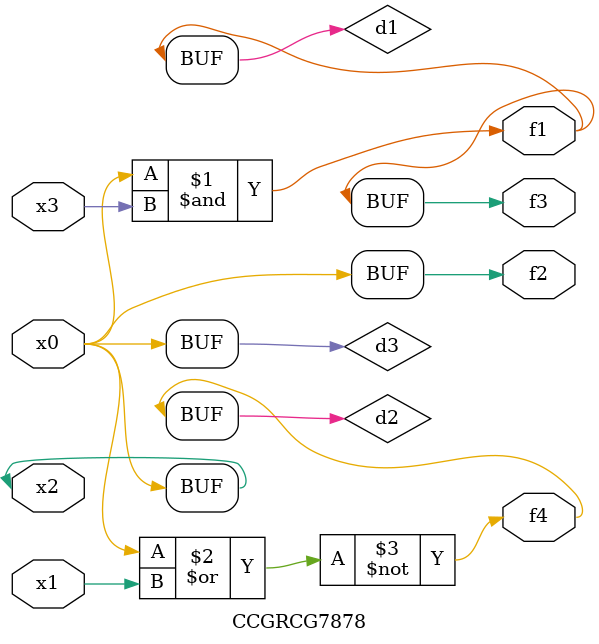
<source format=v>
module CCGRCG7878(
	input x0, x1, x2, x3,
	output f1, f2, f3, f4
);

	wire d1, d2, d3;

	and (d1, x2, x3);
	nor (d2, x0, x1);
	buf (d3, x0, x2);
	assign f1 = d1;
	assign f2 = d3;
	assign f3 = d1;
	assign f4 = d2;
endmodule

</source>
